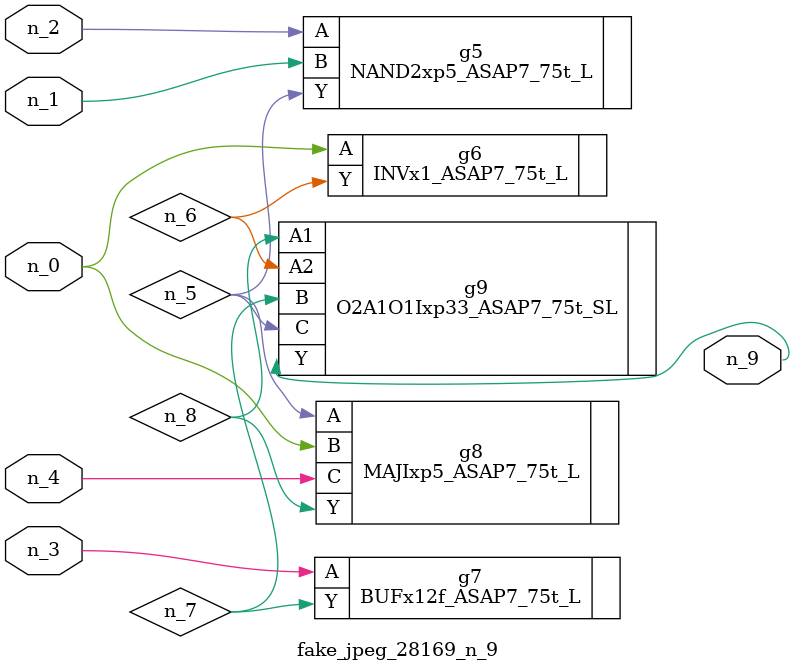
<source format=v>
module fake_jpeg_28169_n_9 (n_3, n_2, n_1, n_0, n_4, n_9);

input n_3;
input n_2;
input n_1;
input n_0;
input n_4;

output n_9;

wire n_8;
wire n_6;
wire n_5;
wire n_7;

NAND2xp5_ASAP7_75t_L g5 ( 
.A(n_2),
.B(n_1),
.Y(n_5)
);

INVx1_ASAP7_75t_L g6 ( 
.A(n_0),
.Y(n_6)
);

BUFx12f_ASAP7_75t_L g7 ( 
.A(n_3),
.Y(n_7)
);

MAJIxp5_ASAP7_75t_L g8 ( 
.A(n_5),
.B(n_0),
.C(n_4),
.Y(n_8)
);

O2A1O1Ixp33_ASAP7_75t_SL g9 ( 
.A1(n_8),
.A2(n_6),
.B(n_7),
.C(n_5),
.Y(n_9)
);


endmodule
</source>
